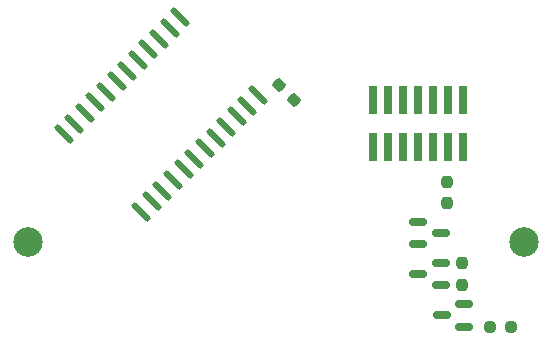
<source format=gbr>
%TF.GenerationSoftware,KiCad,Pcbnew,8.0.5*%
%TF.CreationDate,2025-04-26T14:04:24+02:00*%
%TF.ProjectId,vlvts_top,766c7674-735f-4746-9f70-2e6b69636164,rev?*%
%TF.SameCoordinates,Original*%
%TF.FileFunction,Soldermask,Top*%
%TF.FilePolarity,Negative*%
%FSLAX46Y46*%
G04 Gerber Fmt 4.6, Leading zero omitted, Abs format (unit mm)*
G04 Created by KiCad (PCBNEW 8.0.5) date 2025-04-26 14:04:24*
%MOMM*%
%LPD*%
G01*
G04 APERTURE LIST*
G04 Aperture macros list*
%AMRoundRect*
0 Rectangle with rounded corners*
0 $1 Rounding radius*
0 $2 $3 $4 $5 $6 $7 $8 $9 X,Y pos of 4 corners*
0 Add a 4 corners polygon primitive as box body*
4,1,4,$2,$3,$4,$5,$6,$7,$8,$9,$2,$3,0*
0 Add four circle primitives for the rounded corners*
1,1,$1+$1,$2,$3*
1,1,$1+$1,$4,$5*
1,1,$1+$1,$6,$7*
1,1,$1+$1,$8,$9*
0 Add four rect primitives between the rounded corners*
20,1,$1+$1,$2,$3,$4,$5,0*
20,1,$1+$1,$4,$5,$6,$7,0*
20,1,$1+$1,$6,$7,$8,$9,0*
20,1,$1+$1,$8,$9,$2,$3,0*%
G04 Aperture macros list end*
%ADD10RoundRect,0.237500X-0.237500X0.250000X-0.237500X-0.250000X0.237500X-0.250000X0.237500X0.250000X0*%
%ADD11RoundRect,0.237500X0.344715X-0.008839X-0.008839X0.344715X-0.344715X0.008839X0.008839X-0.344715X0*%
%ADD12RoundRect,0.150000X0.587500X0.150000X-0.587500X0.150000X-0.587500X-0.150000X0.587500X-0.150000X0*%
%ADD13C,2.500000*%
%ADD14RoundRect,0.237500X0.250000X0.237500X-0.250000X0.237500X-0.250000X-0.237500X0.250000X-0.237500X0*%
%ADD15RoundRect,0.137500X-0.707107X0.512652X0.512652X-0.707107X0.707107X-0.512652X-0.512652X0.707107X0*%
%ADD16R,0.740000X2.400000*%
%ADD17RoundRect,0.150000X-0.587500X-0.150000X0.587500X-0.150000X0.587500X0.150000X-0.587500X0.150000X0*%
G04 APERTURE END LIST*
D10*
%TO.C,R3*%
X94750000Y-101837500D03*
X94750000Y-103662500D03*
%TD*%
D11*
%TO.C,R2*%
X80540470Y-88040470D03*
X79250000Y-86750000D03*
%TD*%
D12*
%TO.C,Q3*%
X94937500Y-107200000D03*
X94937500Y-105300000D03*
X93062500Y-106250000D03*
%TD*%
D10*
%TO.C,R4*%
X93500000Y-94925000D03*
X93500000Y-96750000D03*
%TD*%
D13*
%TO.C,H2*%
X100000000Y-100000000D03*
%TD*%
D12*
%TO.C,Q1*%
X92937500Y-103700000D03*
X92937500Y-101800000D03*
X91062500Y-102750000D03*
%TD*%
D13*
%TO.C,H1*%
X58000000Y-100000000D03*
%TD*%
D14*
%TO.C,R5*%
X98912500Y-107250000D03*
X97087500Y-107250000D03*
%TD*%
D15*
%TO.C,U5*%
X70901094Y-81022813D03*
X70003069Y-81920838D03*
X69105043Y-82818864D03*
X68207017Y-83716889D03*
X67308992Y-84614915D03*
X66410966Y-85512941D03*
X65512941Y-86410966D03*
X64614915Y-87308992D03*
X63716889Y-88207017D03*
X62818864Y-89105043D03*
X61920838Y-90003069D03*
X61022813Y-90901094D03*
X67598906Y-97477187D03*
X68496931Y-96579162D03*
X69394957Y-95681136D03*
X70292983Y-94783111D03*
X71191008Y-93885085D03*
X72089034Y-92987059D03*
X72987059Y-92089034D03*
X73885085Y-91191008D03*
X74783111Y-90292983D03*
X75681136Y-89394957D03*
X76579162Y-88496931D03*
X77477187Y-87598906D03*
%TD*%
D16*
%TO.C,J2*%
X87190000Y-91950000D03*
X87190000Y-88050000D03*
X88460000Y-91950000D03*
X88460000Y-88050000D03*
X89730000Y-91950000D03*
X89730000Y-88050000D03*
X91000000Y-91950000D03*
X91000000Y-88050000D03*
X92270000Y-91950000D03*
X92270000Y-88050000D03*
X93540000Y-91950000D03*
X93540000Y-88050000D03*
X94810000Y-91950000D03*
X94810000Y-88050000D03*
%TD*%
D17*
%TO.C,Q2*%
X91062500Y-98300000D03*
X91062500Y-100200000D03*
X92937500Y-99250000D03*
%TD*%
M02*

</source>
